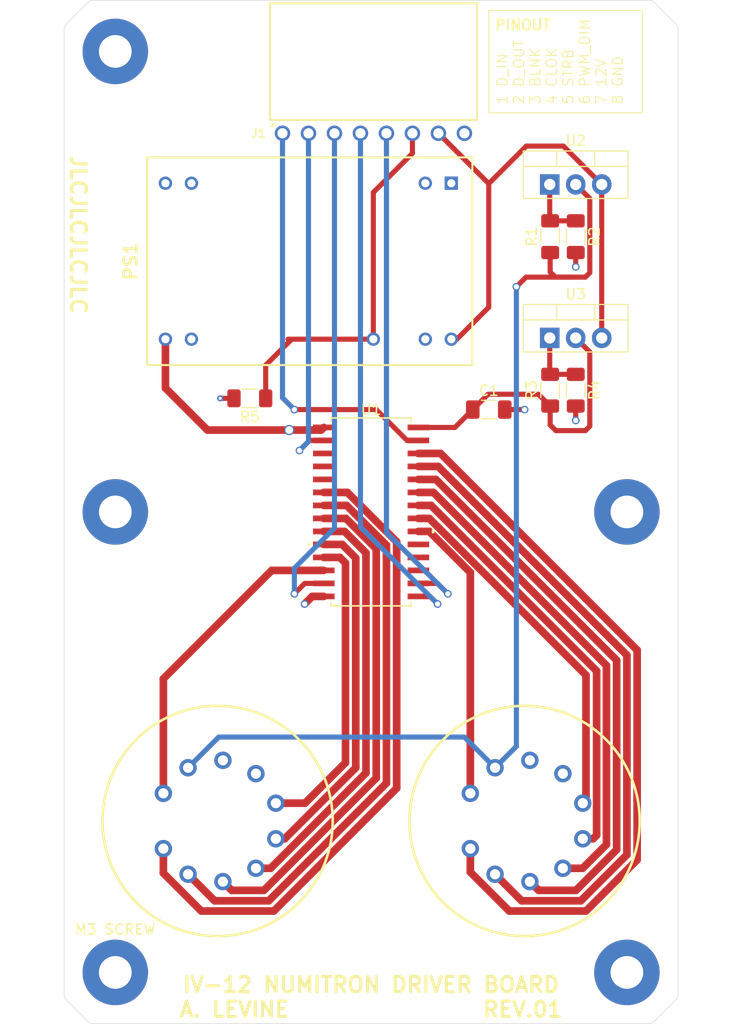
<source format=kicad_pcb>
(kicad_pcb (version 20241229) (generator "pcbnew") (generator_version "9.0")
  (title_block (rev "1"))
  (layers (0 "F.Cu" signal) (4 "In1.Cu" signal) (6 "In2.Cu" signal) (2 "B.Cu" signal) (13 "F.Paste" user) (15 "B.Paste" user) (5 "F.SilkS" user "F.Silkscreen") (7 "B.SilkS" user "B.Silkscreen") (1 "F.Mask" user) (3 "B.Mask" user) (25 "Edge.Cuts" user))
  (net 0 "")
  (net 1 "+30V")
  (net 2 "STROBE")
  (net 3 "BLANKING")
  (net 4 "D_IN")
  (net 5 "DIMMING")
  (net 6 "D_OUT")
  (net 7 "CLOCK")
  (net 8 "+1V5")
  (net 9 "Net-(U2-ADJ)")
  (net 10 "+12V")
  (net 11 "Net-(U3-ADJ)")
  (net 12 "Net-(U1-HVOUT2)")
  (net 17 "Net-(U1-HVOUT6)")
  (net 18 "Net-(U1-HVOUT1)")
  (net 19 "Net-(U1-HVOUT17)")
  (net 20 "Net-(U1-HVOUT11)")
  (net 22 "Net-(U1-HVOUT5)")
  (net 23 "Net-(U1-HVOUT3)")
  (net 24 "Net-(U1-HVOUT16)")
  (net 25 "Net-(U1-HVOUT7)")
  (net 27 "Net-(U1-HVOUT13)")
  (net 28 "Net-(U1-HVOUT14)")
  (net 29 "Net-(U1-HVOUT12)")
  (net 30 "+5V")
  (net 31 "GND")
  (net 32 "Net-(U1-HVOUT4)")
  (net 33 "Net-(U1-HVOUT15)")
  (footprint "MountingHole:MountingHole_3.2mm_M3_Pad" (layer "F.Cu") (at 125 100)
    (property "Reference" "REF**" (hide yes))
    (property "Value" "MountingHole_3.2mm_M3_Pad")
    (pad "1" thru_hole circle (at 0 0) (size 6.4 6.4) (drill 3.2) (layers "*.Cu" "*.Mask") (net 31 "GND") (thermal_bridge_width 1))
  )
  (footprint "NewFootprints:iv-12" (layer "F.Cu") (at 135 130.201)
    (property "Reference" "U5" (hide yes))
    (property "Value" "IV-12" (hide yes))
    (fp_circle (center 0 0) (end 11.2499 0) (stroke (width 0.254)) (fill no) (layer "F.SilkS"))
    (pad "1" thru_hole oval (at -5.301 -2.701) (size 1.7 1.7) (drill 1) (layers "*.Cu" "*.Mask") (net 20 "Net-(U1-HVOUT11)"))
    (pad "2" thru_hole oval (at -2.8849 -5.204) (size 1.7 1.7) (drill 1) (layers "*.Cu" "*.Mask") (net 8 "+1V5"))
    (pad "3" thru_hole oval (at 0.5189 -5.9271) (size 1.7 1.7) (drill 1) (layers "*.Cu" "*.Mask") (net 31 "GND"))
    (pad "4" thru_hole oval (at 3.744 -4.6241) (size 1.7 1.7) (drill 1) (layers "*.Cu" "*.Mask") (net 1 "+30V"))
    (pad "5" thru_hole oval (at 5.6901 -1.7399) (size 1.7 1.7) (drill 1) (layers "*.Cu" "*.Mask") (net 29 "Net-(U1-HVOUT12)"))
    (pad "6" thru_hole oval (at 5.6901 1.7399) (size 1.7 1.7) (drill 1) (layers "*.Cu" "*.Mask") (net 27 "Net-(U1-HVOUT13)"))
    (pad "7" thru_hole oval (at 3.744 4.6241) (size 1.7 1.7) (drill 1) (layers "*.Cu" "*.Mask") (net 28 "Net-(U1-HVOUT14)"))
    (pad "8" thru_hole oval (at 0.5189 5.9271) (size 1.7 1.7) (drill 1) (layers "*.Cu" "*.Mask") (net 33 "Net-(U1-HVOUT15)"))
    (pad "9" thru_hole oval (at -2.8849 5.204) (size 1.7 1.7) (drill 1) (layers "*.Cu" "*.Mask") (net 24 "Net-(U1-HVOUT16)"))
    (pad "10" thru_hole oval (at -5.301 2.701) (size 1.7 1.7) (drill 1) (layers "*.Cu" "*.Mask") (net 19 "Net-(U1-HVOUT17)"))
  )
  (footprint "MountingHole:MountingHole_3.2mm_M3_Pad" (layer "F.Cu") (at 175 100)
    (property "Reference" "REF**" (hide yes))
    (property "Value" "MountingHole_3.2mm_M3_Pad")
    (pad "1" thru_hole circle (at 0 0) (size 6.4 6.4) (drill 3.2) (layers "*.Cu" "*.Mask") (net 31 "GND") (thermal_bridge_width 1))
  )
  (footprint "Capacitor_SMD:C_1206_3216Metric_Pad1.33x1.80mm_HandSolder" (layer "F.Cu") (at 161.5 90)
    (property "Reference" "C1" (at 0 -1.85 0) (layer "F.SilkS"))
    (property "Value" "0.1μF 50V")
    (fp_line (start -0.711252 -0.91) (end 0.711252 -0.91) (stroke (width 0.12)) (layer "F.SilkS"))
    (fp_line (start -0.711252 0.91) (end 0.711252 0.91) (stroke (width 0.12)) (layer "F.SilkS"))
    (pad "1" smd roundrect (at -1.5625 0) (size 1.325 1.8) (layers "F.Cu" "F.Mask" "F.Paste") (roundrect_rratio 0.188679) (net 30 "+5V"))
    (pad "2" smd roundrect (at 1.5625 0) (size 1.325 1.8) (layers "F.Cu" "F.Mask" "F.Paste") (roundrect_rratio 0.188679) (net 31 "GND"))
  )
  (footprint "NewFootprints:SOW28_17P90X7P50_MCH" (layer "F.Cu") (at 150 100)
    (property "Reference" "U1" (at 0 -10 0) (layer "F.SilkS"))
    (property "Value" "HV5812WG-G")
    (fp_line (start -3.9243 -9.1821) (end -3.9243 -8.86714) (stroke (width 0.1524)) (layer "F.SilkS"))
    (fp_line (start -3.9243 8.86714) (end -3.9243 9.1821) (stroke (width 0.1524)) (layer "F.SilkS"))
    (fp_line (start -3.9243 9.1821) (end 3.9243 9.1821) (stroke (width 0.1524)) (layer "F.SilkS"))
    (fp_line (start 3.9243 -9.1821) (end -3.9243 -9.1821) (stroke (width 0.1524)) (layer "F.SilkS"))
    (fp_line (start 3.9243 -8.86714) (end 3.9243 -9.1821) (stroke (width 0.1524)) (layer "F.SilkS"))
    (fp_line (start 3.9243 9.1821) (end 3.9243 8.86714) (stroke (width 0.1524)) (layer "F.SilkS"))
    (fp_poly (pts (xy -6.1849 2.9845) (xy -6.1849 3.3655) (xy -5.9309 3.3655) (xy -5.9309 2.9845)) (fill yes) (layer "F.SilkS"))
    (fp_poly (pts (xy 6.1849 1.7145) (xy 6.1849 2.0955) (xy 5.9309 2.0955) (xy 5.9309 1.7145)) (fill yes) (layer "F.SilkS"))
    (pad "1" smd rect (at -4.6228 -8.255) (size 2.1082 0.5588) (layers "F.Cu" "F.Mask" "F.Paste") (net 1 "+30V"))
    (pad "2" smd rect (at -4.6228 -6.985) (size 2.1082 0.5588) (layers "F.Cu" "F.Mask" "F.Paste") (net 6 "D_OUT"))
    (pad "3" smd rect (at -4.6228 -5.715) (size 2.1082 0.5588) (layers "F.Cu" "F.Mask" "F.Paste"))
    (pad "4" smd rect (at -4.6228 -4.445) (size 2.1082 0.5588) (layers "F.Cu" "F.Mask" "F.Paste"))
    (pad "5" smd rect (at -4.6228 -3.175) (size 2.1082 0.5588) (layers "F.Cu" "F.Mask" "F.Paste"))
    (pad "6" smd rect (at -4.6228 -1.905) (size 2.1082 0.5588) (layers "F.Cu" "F.Mask" "F.Paste") (net 19 "Net-(U1-HVOUT17)"))
    (pad "7" smd rect (at -4.6228 -0.635) (size 2.1082 0.5588) (layers "F.Cu" "F.Mask" "F.Paste") (net 24 "Net-(U1-HVOUT16)"))
    (pad "8" smd rect (at -4.6228 0.635) (size 2.1082 0.5588) (layers "F.Cu" "F.Mask" "F.Paste") (net 33 "Net-(U1-HVOUT15)"))
    (pad "9" smd rect (at -4.6228 1.905) (size 2.1082 0.5588) (layers "F.Cu" "F.Mask" "F.Paste") (net 28 "Net-(U1-HVOUT14)"))
    (pad "10" smd rect (at -4.6228 3.175) (size 2.1082 0.5588) (layers "F.Cu" "F.Mask" "F.Paste") (net 27 "Net-(U1-HVOUT13)"))
    (pad "11" smd rect (at -4.6228 4.445) (size 2.1082 0.5588) (layers "F.Cu" "F.Mask" "F.Paste") (net 29 "Net-(U1-HVOUT12)"))
    (pad "12" smd rect (at -4.6228 5.715) (size 2.1082 0.5588) (layers "F.Cu" "F.Mask" "F.Paste") (net 20 "Net-(U1-HVOUT11)"))
    (pad "13" smd rect (at -4.6228 6.985) (size 2.1082 0.5588) (layers "F.Cu" "F.Mask" "F.Paste") (net 3 "BLANKING"))
    (pad "14" smd rect (at -4.6228 8.255) (size 2.1082 0.5588) (layers "F.Cu" "F.Mask" "F.Paste") (net 31 "GND"))
    (pad "15" smd rect (at 4.6228 8.255) (size 2.1082 0.5588) (layers "F.Cu" "F.Mask" "F.Paste") (net 7 "CLOCK"))
    (pad "16" smd rect (at 4.6228 6.985) (size 2.1082 0.5588) (layers "F.Cu" "F.Mask" "F.Paste") (net 2 "STROBE"))
    (pad "17" smd rect (at 4.6228 5.715) (size 2.1082 0.5588) (layers "F.Cu" "F.Mask" "F.Paste"))
    (pad "18" smd rect (at 4.6228 4.445) (size 2.1082 0.5588) (layers "F.Cu" "F.Mask" "F.Paste"))
    (pad "19" smd rect (at 4.6228 3.175) (size 2.1082 0.5588) (layers "F.Cu" "F.Mask" "F.Paste"))
    (pad "20" smd rect (at 4.6228 1.905) (size 2.1082 0.5588) (layers "F.Cu" "F.Mask" "F.Paste") (net 25 "Net-(U1-HVOUT7)"))
    (pad "21" smd rect (at 4.6228 0.635) (size 2.1082 0.5588) (layers "F.Cu" "F.Mask" "F.Paste") (net 17 "Net-(U1-HVOUT6)"))
    (pad "22" smd rect (at 4.6228 -0.635) (size 2.1082 0.5588) (layers "F.Cu" "F.Mask" "F.Paste") (net 22 "Net-(U1-HVOUT5)"))
    (pad "23" smd rect (at 4.6228 -1.905) (size 2.1082 0.5588) (layers "F.Cu" "F.Mask" "F.Paste") (net 32 "Net-(U1-HVOUT4)"))
    (pad "24" smd rect (at 4.6228 -3.175) (size 2.1082 0.5588) (layers "F.Cu" "F.Mask" "F.Paste") (net 23 "Net-(U1-HVOUT3)"))
    (pad "25" smd rect (at 4.6228 -4.445) (size 2.1082 0.5588) (layers "F.Cu" "F.Mask" "F.Paste") (net 12 "Net-(U1-HVOUT2)"))
    (pad "26" smd rect (at 4.6228 -5.715) (size 2.1082 0.5588) (layers "F.Cu" "F.Mask" "F.Paste") (net 18 "Net-(U1-HVOUT1)"))
    (pad "27" smd rect (at 4.6228 -6.985) (size 2.1082 0.5588) (layers "F.Cu" "F.Mask" "F.Paste") (net 4 "D_IN"))
    (pad "28" smd rect (at 4.6228 -8.255) (size 2.1082 0.5588) (layers "F.Cu" "F.Mask" "F.Paste") (net 30 "+5V"))
  )
  (footprint "Resistor_SMD:R_1206_3216Metric_Pad1.30x1.75mm_HandSolder" (layer "F.Cu") (at 170 88.105 -90)
    (property "Reference" "R4" (at 0 -1.82 270) (layer "F.SilkS"))
    (property "Value" "1 kΩ")
    (fp_line (start -0.727064 0.91) (end 0.727064 0.91) (stroke (width 0.12)) (layer "F.SilkS"))
    (fp_line (start -0.727064 -0.91) (end 0.727064 -0.91) (stroke (width 0.12)) (layer "F.SilkS"))
    (pad "1" smd roundrect (at -1.55 0 270) (size 1.3 1.75) (layers "F.Cu" "F.Mask" "F.Paste") (roundrect_rratio 0.192308) (net 11 "Net-(U3-ADJ)"))
    (pad "2" smd roundrect (at 1.55 0 270) (size 1.3 1.75) (layers "F.Cu" "F.Mask" "F.Paste") (roundrect_rratio 0.192308) (net 31 "GND"))
  )
  (footprint "Resistor_SMD:R_1206_3216Metric_Pad1.30x1.75mm_HandSolder" (layer "F.Cu") (at 167.5 73.105 90)
    (property "Reference" "R1" (at 0 -1.82 90) (layer "F.SilkS"))
    (property "Value" "330 Ω")
    (fp_line (start -0.727064 -0.91) (end 0.727064 -0.91) (stroke (width 0.12)) (layer "F.SilkS"))
    (fp_line (start -0.727064 0.91) (end 0.727064 0.91) (stroke (width 0.12)) (layer "F.SilkS"))
    (pad "1" smd roundrect (at -1.55 0 90) (size 1.3 1.75) (layers "F.Cu" "F.Mask" "F.Paste") (roundrect_rratio 0.192308) (net 8 "+1V5"))
    (pad "2" smd roundrect (at 1.55 0 90) (size 1.3 1.75) (layers "F.Cu" "F.Mask" "F.Paste") (roundrect_rratio 0.192308) (net 9 "Net-(U2-ADJ)"))
  )
  (footprint "Resistor_SMD:R_1206_3216Metric_Pad1.30x1.75mm_HandSolder" (layer "F.Cu") (at 138.15 88.9 180)
    (property "Reference" "R5" (at 0 -1.82 0) (layer "F.SilkS"))
    (property "Value" "1 kΩ")
    (fp_line (start -0.727064 0.91) (end 0.727064 0.91) (stroke (width 0.12)) (layer "F.SilkS"))
    (fp_line (start -0.727064 -0.91) (end 0.727064 -0.91) (stroke (width 0.12)) (layer "F.SilkS"))
    (pad "1" smd roundrect (at -1.55 0 180) (size 1.3 1.75) (layers "F.Cu" "F.Mask" "F.Paste") (roundrect_rratio 0.192308) (net 5 "DIMMING"))
    (pad "2" smd roundrect (at 1.55 0 180) (size 1.3 1.75) (layers "F.Cu" "F.Mask" "F.Paste") (roundrect_rratio 0.192308) (net 31 "GND"))
  )
  (footprint "MountingHole:MountingHole_3.2mm_M3_Pad" (layer "F.Cu") (at 125 145)
    (property "Reference" "M3 SCREW" (at 0 -4.2 0) (layer "F.SilkS"))
    (property "Value" "MountingHole_3.2mm_M3_Pad")
    (pad "1" thru_hole circle (at 0 0) (size 6.4 6.4) (drill 3.2) (layers "*.Cu" "*.Mask") (net 31 "GND") (thermal_bridge_width 1))
  )
  (footprint "NewFootprints:iv-12" (layer "F.Cu") (at 165 130.201)
    (property "Reference" "U4" (hide yes))
    (property "Value" "IV-12" (hide yes))
    (fp_circle (center 0 0) (end 11.2499 0) (stroke (width 0.254)) (fill no) (layer "F.SilkS"))
    (pad "1" thru_hole oval (at -5.301 -2.701) (size 1.7 1.7) (drill 1) (layers "*.Cu" "*.Mask") (net 25 "Net-(U1-HVOUT7)"))
    (pad "2" thru_hole oval (at -2.8849 -5.204) (size 1.7 1.7) (drill 1) (layers "*.Cu" "*.Mask") (net 8 "+1V5"))
    (pad "3" thru_hole oval (at 0.5189 -5.9271) (size 1.7 1.7) (drill 1) (layers "*.Cu" "*.Mask") (net 31 "GND"))
    (pad "4" thru_hole oval (at 3.744 -4.6241) (size 1.7 1.7) (drill 1) (layers "*.Cu" "*.Mask") (net 1 "+30V"))
    (pad "5" thru_hole oval (at 5.6901 -1.7399) (size 1.7 1.7) (drill 1) (layers "*.Cu" "*.Mask") (net 17 "Net-(U1-HVOUT6)"))
    (pad "6" thru_hole oval (at 5.6901 1.7399) (size 1.7 1.7) (drill 1) (layers "*.Cu" "*.Mask") (net 22 "Net-(U1-HVOUT5)"))
    (pad "7" thru_hole oval (at 3.744 4.6241) (size 1.7 1.7) (drill 1) (layers "*.Cu" "*.Mask") (net 32 "Net-(U1-HVOUT4)"))
    (pad "8" thru_hole oval (at 0.5189 5.9271) (size 1.7 1.7) (drill 1) (layers "*.Cu" "*.Mask") (net 23 "Net-(U1-HVOUT3)"))
    (pad "9" thru_hole oval (at -2.8849 5.204) (size 1.7 1.7) (drill 1) (layers "*.Cu" "*.Mask") (net 12 "Net-(U1-HVOUT2)"))
    (pad "10" thru_hole oval (at -5.301 2.701) (size 1.7 1.7) (drill 1) (layers "*.Cu" "*.Mask") (net 18 "Net-(U1-HVOUT1)"))
  )
  (footprint "MountingHole:MountingHole_3.2mm_M3_Pad" (layer "F.Cu") (at 125 55)
    (property "Reference" "REF**" (hide yes))
    (property "Value" "MountingHole_3.2mm_M3_Pad")
    (pad "1" thru_hole circle (at 0 0) (size 6.4 6.4) (drill 3.2) (layers "*.Cu" "*.Mask") (net 31 "GND") (thermal_bridge_width 1))
  )
  (footprint "NewFootprints:66100811722" (layer "F.Cu") (at 150.23 60.3 180)
    (property "Reference" "J1" (at 11.23 -2.7 0) (layer "F.SilkS") (effects (font (size 0.8 0.8))))
    (property "Value" "Conn_01x06")
    (fp_line (start 10.11 10) (end -10.11 10) (stroke (width 0.2)) (layer "F.SilkS"))
    (fp_line (start 10.11 -1.4) (end 10.11 10) (stroke (width 0.2)) (layer "F.SilkS"))
    (fp_line (start -10.11 10) (end -10.11 -1.4) (stroke (width 0.2)) (layer "F.SilkS"))
    (fp_line (start -10.11 -1.4) (end 10.11 -1.4) (stroke (width 0.2)) (layer "F.SilkS"))
    (fp_circle (center 9.86 -1.9) (end 9.96 -1.9) (stroke (width 0.2)) (fill no) (layer "F.SilkS"))
    (pad "1" thru_hole circle (at 8.89 -2.7 180) (size 1.508 1.508) (drill 1) (layers "*.Cu" "*.Mask") (net 4 "D_IN"))
    (pad "2" thru_hole circle (at 6.35 -2.7 180) (size 1.508 1.508) (drill 1) (layers "*.Cu" "*.Mask") (net 6 "D_OUT"))
    (pad "3" thru_hole circle (at 3.81 -2.7 180) (size 1.508 1.508) (drill 1) (layers "*.Cu" "*.Mask") (net 3 "BLANKING"))
    (pad "4" thru_hole circle (at 1.27 -2.7 180) (size 1.508 1.508) (drill 1) (layers "*.Cu" "*.Mask") (net 7 "CLOCK"))
    (pad "5" thru_hole circle (at -1.27 -2.7 180) (size 1.508 1.508) (drill 1) (layers "*.Cu" "*.Mask") (net 2 "STROBE"))
    (pad "6" thru_hole circle (at -3.81 -2.7 180) (size 1.508 1.508) (drill 1) (layers "*.Cu" "*.Mask") (net 5 "DIMMING"))
    (pad "7" thru_hole circle (at -6.35 -2.7 180) (size 1.508 1.508) (drill 1) (layers "*.Cu" "*.Mask") (net 10 "+12V"))
    (pad "8" thru_hole circle (at -8.89 -2.7 180) (size 1.508 1.508) (drill 1) (layers "*.Cu" "*.Mask") (net 31 "GND"))
  )
  (footprint "NewFootprints:LDB600L" (layer "F.Cu") (at 157.84 67.88 -90)
    (property "Reference" "PS1" (at 7.62 31.34 90) (layer "F.SilkS") (effects (font (size 1.27 1.27) (thickness 0.254))))
    (property "Value" "LDB-350L" (hide yes))
    (fp_line (start -2.53 29.74) (end 17.77 29.74) (stroke (width 0.2)) (layer "F.SilkS"))
    (fp_line (start 17.77 29.74) (end 17.77 -2.06) (stroke (width 0.2)) (layer "F.SilkS"))
    (fp_line (start -3.1 0) (end -3.1 0) (stroke (width 0.1)) (layer "F.SilkS"))
    (fp_line (start -3 0) (end -3 0) (stroke (width 0.1)) (layer "F.SilkS"))
    (fp_line (start -2.53 -2.06) (end -2.53 29.74) (stroke (width 0.2)) (layer "F.SilkS"))
    (fp_line (start 17.77 -2.06) (end -2.53 -2.06) (stroke (width 0.2)) (layer "F.SilkS"))
    (fp_arc (start -3.1 0) (mid -3.05 -0.05) (end -3 0) (stroke (width 0.1)) (layer "F.SilkS"))
    (fp_arc (start -3 0) (mid -3.05 0.05) (end -3.1 0) (stroke (width 0.1)) (layer "F.SilkS"))
    (pad "1" thru_hole rect (at 0 0 270) (size 1.3 1.3) (drill 0.8) (layers "*.Cu" "*.Mask") (net 31 "GND"))
    (pad "2" thru_hole circle (at 0 2.54 270) (size 1.3 1.3) (drill 0.8) (layers "*.Cu" "*.Mask"))
    (pad "11" thru_hole circle (at 0 25.4 270) (size 1.3 1.3) (drill 0.8) (layers "*.Cu" "*.Mask") (net 31 "GND"))
    (pad "12" thru_hole circle (at 0 27.94 270) (size 1.3 1.3) (drill 0.8) (layers "*.Cu" "*.Mask"))
    (pad "13" thru_hole circle (at 15.24 27.94 270) (size 1.3 1.3) (drill 0.8) (layers "*.Cu" "*.Mask") (net 1 "+30V"))
    (pad "14" thru_hole circle (at 15.24 25.4 270) (size 1.3 1.3) (drill 0.8) (layers "*.Cu" "*.Mask"))
    (pad "21" thru_hole circle (at 15.24 7.62 270) (size 1.3 1.3) (drill 0.8) (layers "*.Cu" "*.Mask") (net 5 "DIMMING"))
    (pad "23" thru_hole circle (at 15.24 2.54 270) (size 1.3 1.3) (drill 0.8) (layers "*.Cu" "*.Mask"))
    (pad "24" thru_hole circle (at 15.24 0 270) (size 1.3 1.3) (drill 0.8) (layers "*.Cu" "*.Mask") (net 10 "+12V"))
  )
  (footprint "Resistor_SMD:R_1206_3216Metric_Pad1.30x1.75mm_HandSolder" (layer "F.Cu") (at 170 73.105 -90)
    (property "Reference" "R2" (at 0 -1.82 270) (layer "F.SilkS"))
    (property "Value" "68 Ω")
    (fp_line (start -0.727064 0.91) (end 0.727064 0.91) (stroke (width 0.12)) (layer "F.SilkS"))
    (fp_line (start -0.727064 -0.91) (end 0.727064 -0.91) (stroke (width 0.12)) (layer "F.SilkS"))
    (pad "1" smd roundrect (at -1.55 0 270) (size 1.3 1.75) (layers "F.Cu" "F.Mask" "F.Paste") (roundrect_rratio 0.192308) (net 9 "Net-(U2-ADJ)"))
    (pad "2" smd roundrect (at 1.55 0 270) (size 1.3 1.75) (layers "F.Cu" "F.Mask" "F.Paste") (roundrect_rratio 0.192308) (net 31 "GND"))
  )
  (footprint "Resistor_SMD:R_1206_3216Metric_Pad1.30x1.75mm_HandSolder" (layer "F.Cu") (at 167.5 88.105 90)
    (property "Reference" "R3" (at 0 -1.82 90) (layer "F.SilkS"))
    (property "Value" "330 Ω")
    (fp_line (start -0.727064 -0.91) (end 0.727064 -0.91) (stroke (width 0.12)) (layer "F.SilkS"))
    (fp_line (start -0.727064 0.91) (end 0.727064 0.91) (stroke (width 0.12)) (layer "F.SilkS"))
    (pad "1" smd roundrect (at -1.55 0 90) (size 1.3 1.75) (layers "F.Cu" "F.Mask" "F.Paste") (roundrect_rratio 0.192308) (net 30 "+5V"))
    (pad "2" smd roundrect (at 1.55 0 90) (size 1.3 1.75) (layers "F.Cu" "F.Mask" "F.Paste") (roundrect_rratio 0.192308) (net 11 "Net-(U3-ADJ)"))
  )
  (footprint "Package_TO_SOT_THT:TO-220-3_Vertical" (layer "F.Cu") (at 167.46 68)
    (property "Reference" "U2" (at 2.54 -4.27 0) (layer "F.SilkS"))
    (property "Value" "LM317_TO-220")
    (fp_line (start -2.58 -3.27) (end -2.58 1.371) (stroke (width 0.12)) (layer "F.SilkS"))
    (fp_line (start -2.58 -3.27) (end 7.66 -3.27) (stroke (width 0.12)) (layer "F.SilkS"))
    (fp_line (start -2.58 -1.76) (end 7.66 -1.76) (stroke (width 0.12)) (layer "F.SilkS"))
    (fp_line (start -2.58 1.371) (end 7.66 1.371) (stroke (width 0.12)) (layer "F.SilkS"))
    (fp_line (start 0.69 -3.27) (end 0.69 -1.76) (stroke (width 0.12)) (layer "F.SilkS"))
    (fp_line (start 4.391 -3.27) (end 4.391 -1.76) (stroke (width 0.12)) (layer "F.SilkS"))
    (fp_line (start 7.66 -3.27) (end 7.66 1.371) (stroke (width 0.12)) (layer "F.SilkS"))
    (pad "1" thru_hole rect (at 0 0) (size 1.905 2) (drill 1.1) (layers "*.Cu" "*.Mask") (net 9 "Net-(U2-ADJ)"))
    (pad "2" thru_hole oval (at 2.54 0) (size 1.905 2) (drill 1.1) (layers "*.Cu" "*.Mask") (net 8 "+1V5"))
    (pad "3" thru_hole oval (at 5.08 0) (size 1.905 2) (drill 1.1) (layers "*.Cu" "*.Mask") (net 10 "+12V"))
  )
  (footprint "MountingHole:MountingHole_3.2mm_M3_Pad" (layer "F.Cu") (at 175 145)
    (property "Reference" "REF**" (hide yes))
    (property "Value" "MountingHole_3.2mm_M3_Pad")
    (pad "1" thru_hole circle (at 0 0) (size 6.4 6.4) (drill 3.2) (layers "*.Cu" "*.Mask") (net 31 "GND") (thermal_bridge_width 1))
  )
  (footprint "Package_TO_SOT_THT:TO-220-3_Vertical" (layer "F.Cu") (at 167.46 83)
    (property "Reference" "U3" (at 2.54 -4.27 0) (layer "F.SilkS"))
    (property "Value" "LM317_TO-220")
    (fp_line (start -2.58 -3.27) (end -2.58 1.371) (stroke (width 0.12)) (layer "F.SilkS"))
    (fp_line (start -2.58 -3.27) (end 7.66 -3.27) (stroke (width 0.12)) (layer "F.SilkS"))
    (fp_line (start -2.58 -1.76) (end 7.66 -1.76) (stroke (width 0.12)) (layer "F.SilkS"))
    (fp_line (start -2.58 1.371) (end 7.66 1.371) (stroke (width 0.12)) (layer "F.SilkS"))
    (fp_line (start 0.69 -3.27) (end 0.69 -1.76) (stroke (width 0.12)) (layer "F.SilkS"))
    (fp_line (start 4.391 -3.27) (end 4.391 -1.76) (stroke (width 0.12)) (layer "F.SilkS"))
    (fp_line (start 7.66 -3.27) (end 7.66 1.371) (stroke (width 0.12)) (layer "F.SilkS"))
    (pad "1" thru_hole rect (at 0 0) (size 1.905 2) (drill 1.1) (layers "*.Cu" "*.Mask") (net 11 "Net-(U3-ADJ)"))
    (pad "2" thru_hole oval (at 2.54 0) (size 1.905 2) (drill 1.1) (layers "*.Cu" "*.Mask") (net 30 "+5V"))
    (pad "3" thru_hole oval (at 5.08 0) (size 1.905 2) (drill 1.1) (layers "*.Cu" "*.Mask") (net 10 "+12V"))
  )
  (gr_line (start 177.252893 50) (end 122.747107 50) (stroke (width 0.05)) (layer "Edge.Cuts"))
  (gr_arc (start 179.853554 52.393554) (mid 179.96194 52.555766) (end 180 52.747107) (stroke (width 0.05)) (layer "Edge.Cuts"))
  (gr_arc (start 122.393553 50.146447) (mid 122.555765 50.03806) (end 122.747107 50) (stroke (width 0.05)) (layer "Edge.Cuts"))
  (gr_line (start 177.252893 150) (end 122.747107 150) (stroke (width 0.05)) (layer "Edge.Cuts"))
  (gr_line (start 122.393553 149.853553) (end 120.146446 147.606446) (stroke (width 0.05)) (layer "Edge.Cuts"))
  (gr_arc (start 177.606446 149.853554) (mid 177.444234 149.96194) (end 177.252893 150) (stroke (width 0.05)) (layer "Edge.Cuts"))
  (gr_arc (start 180 147.252893) (mid 179.961942 147.444237) (end 179.853553 147.606447) (stroke (width 0.05)) (layer "Edge.Cuts"))
  (gr_arc (start 120 52.747107) (mid 120.038058 52.555764) (end 120.146446 52.393554) (stroke (width 0.05)) (layer "Edge.Cuts"))
  (gr_line (start 177.606447 50.146447) (end 179.853554 52.393554) (stroke (width 0.05)) (layer "Edge.Cuts"))
  (gr_line (start 120 52.747107) (end 120 147.252893) (stroke (width 0.05)) (layer "Edge.Cuts"))
  (gr_arc (start 177.252893 50) (mid 177.444237 50.038058) (end 177.606447 50.146447) (stroke (width 0.05)) (layer "Edge.Cuts"))
  (gr_arc (start 120.146446 147.606446) (mid 120.03806 147.444234) (end 120 147.252893) (stroke (width 0.05)) (layer "Edge.Cuts"))
  (gr_line (start 179.853553 147.606447) (end 177.606446 149.853554) (stroke (width 0.05)) (layer "Edge.Cuts"))
  (gr_line (start 180 52.747107) (end 180 147.252893) (stroke (width 0.05)) (layer "Edge.Cuts"))
  (gr_line (start 122.393553 50.146447) (end 120.146446 52.393554) (stroke (width 0.05)) (layer "Edge.Cuts"))
  (gr_arc (start 122.747107 150) (mid 122.555763 149.961942) (end 122.393553 149.853553) (stroke (width 0.05)) (layer "Edge.Cuts"))
  (gr_text "JLCJLCJLCJLC" (at 120.5 65 -90) (layer "F.SilkS") (effects (font (size 1.5 1.5) (thickness 0.3) (bold yes)) (justify left bottom)))
  (gr_text "PINOUT" (at 162 53 0) (layer "F.SilkS") (effects (font (size 1 1) (thickness 0.2) (bold yes)) (justify left bottom)))
  (gr_text "IV-12 NUMITRON DRIVER BOARD\nA. LEVINE			REV.01" (at 150 149.5 0) (layer "F.SilkS") (effects (font (size 1.5 1.5) (thickness 0.3) (bold yes)) (justify bottom)))
  (gr_text_box "1 D_IN\n2 D_OUT\n3 BLNK\n4 CLOK\n5 STRB\n6 PWM_DIM\n7 12V\n8 GND" (start 161.5 51) (end 176.5 61) (margins 0.8 0.8 0.8 0.8) (angle 90) (layer "F.SilkS") (effects (font (size 1 1) (thickness 0.1)) (justify left top)) (border yes) (stroke (width 0.1)))
  (segment (start 134 92) (end 142 92) (width 0.75) (layer "F.Cu") (net 1))
  (segment (start 129.9 83.12) (end 129.9 87.9) (width 0.75) (layer "F.Cu") (net 1))
  (segment (start 142 92) (end 145.1222 92) (width 0.75) (layer "F.Cu") (net 1))
  (segment (start 145.1222 92) (end 145.3772 91.745) (width 0.75) (layer "F.Cu") (net 1))
  (segment (start 139 125.3209) (end 138.744 125.5769) (width 0.75) (layer "F.Cu") (net 1))
  (segment (start 129.9 87.9) (end 134 92) (width 0.75) (layer "F.Cu") (net 1))
  (via (at 142 92) (size 1) (drill 0.75) (layers "F.Cu" "B.Cu") (net 1))
  (segment (start 156.485 106.985) (end 154.6228 106.985) (width 0.5) (layer "F.Cu") (net 2))
  (segment (start 157.5 108) (end 156.485 106.985) (width 0.5) (layer "F.Cu") (net 2))
  (via (at 157.5 108) (size 0.75) (drill 0.5) (layers "F.Cu" "B.Cu") (net 2))
  (segment (start 157.5 108) (end 151.5 102) (width 0.5) (layer "B.Cu") (net 2))
  (segment (start 151.5 102) (end 151.5 63) (width 0.5) (layer "B.Cu") (net 2))
  (segment (start 142.5 108) (end 143.515 106.985) (width 0.5) (layer "F.Cu") (net 3))
  (segment (start 143.515 106.985) (end 145.3772 106.985) (width 0.5) (layer "F.Cu") (net 3))
  (via (at 142.5 108) (size 0.75) (drill 0.5) (layers "F.Cu" "B.Cu") (net 3))
  (segment (start 142.5 108) (end 142.5 105.5) (width 0.5) (layer "B.Cu") (net 3))
  (segment (start 146.42 101.58) (end 146.42 63) (width 0.5) (layer "B.Cu") (net 3))
  (segment (start 142.5 105.5) (end 146.42 101.58) (width 0.5) (layer "B.Cu") (net 3))
  (segment (start 153.515 93.015) (end 154.6228 93.015) (width 0.5) (layer "F.Cu") (net 4))
  (segment (start 150.5 90) (end 153.515 93.015) (width 0.5) (layer "F.Cu") (net 4))
  (segment (start 142.5 90) (end 150.5 90) (width 0.5) (layer "F.Cu") (net 4))
  (via (at 142.5 90) (size 0.75) (drill 0.5) (layers "F.Cu" "B.Cu") (net 4))
  (segment (start 142.5 90) (end 141.34 88.84) (width 0.5) (layer "B.Cu") (net 4))
  (segment (start 141.34 88.84) (end 141.34 63) (width 0.5) (layer "B.Cu") (net 4))
  (segment (start 150.22 83.12) (end 142.24 83.12) (width 0.5) (layer "F.Cu") (net 5))
  (segment (start 139.7 85.66) (end 139.7 88.9) (width 0.5) (layer "F.Cu") (net 5))
  (segment (start 150.22 68.78) (end 150.22 83.12) (width 0.5) (layer "F.Cu") (net 5))
  (segment (start 154.04 64.96) (end 150.22 68.78) (width 0.5) (layer "F.Cu") (net 5))
  (segment (start 142.24 83.12) (end 141.88 83.12) (width 0.5) (layer "F.Cu") (net 5))
  (segment (start 142.24 83.12) (end 139.7 85.66) (width 0.5) (layer "F.Cu") (net 5))
  (segment (start 154.04 64.96) (end 154.04 63) (width 0.5) (layer "F.Cu") (net 5))
  (segment (start 143 94) (end 143.985 93.015) (width 0.5) (layer "F.Cu") (net 6))
  (segment (start 143.985 93.015) (end 145.3772 93.015) (width 0.5) (layer "F.Cu") (net 6))
  (via (at 143 94) (size 0.75) (drill 0.5) (layers "F.Cu" "B.Cu") (net 6))
  (segment (start 143 94) (end 143.88 93.12) (width 0.5) (layer "B.Cu") (net 6))
  (segment (start 143.88 93.12) (end 143.88 63) (width 0.5) (layer "B.Cu") (net 6))
  (segment (start 156.5 109) (end 155.755 108.255) (width 0.5) (layer "F.Cu") (net 7))
  (segment (start 155.755 108.255) (end 154.6228 108.255) (width 0.5) (layer "F.Cu") (net 7))
  (via (at 156.5 109) (size 0.75) (drill 0.5) (layers "F.Cu" "B.Cu") (net 7))
  (segment (start 148.96 101.46) (end 148.96 63) (width 0.5) (layer "B.Cu") (net 7))
  (segment (start 156.5 109) (end 148.96 101.46) (width 0.5) (layer "B.Cu") (net 7))
  (segment (start 169.5 77.055) (end 165.145 77.055) (width 0.5) (layer "F.Cu") (net 8))
  (segment (start 167.5 76.555) (end 167.5 74.655) (width 0.5) (layer "F.Cu") (net 8))
  (segment (start 169.5 77.055) (end 168 77.055) (width 0.5) (layer "F.Cu") (net 8))
  (segment (start 170.945 77.055) (end 169.5 77.055) (width 0.5) (layer "F.Cu") (net 8))
  (segment (start 165.145 77.055) (end 164.2 78) (width 0.5) (layer "F.Cu") (net 8))
  (segment (start 168 77.055) (end 167.5 76.555) (width 0.5) (layer "F.Cu") (net 8))
  (segment (start 171.375 76.625) (end 170.945 77.055) (width 0.5) (layer "F.Cu") (net 8))
  (segment (start 170 68) (end 171.375 69.375) (width 0.5) (layer "F.Cu") (net 8))
  (segment (start 171.375 69.375) (end 171.375 76.625) (width 0.5) (layer "F.Cu") (net 8))
  (via (at 164.2 78) (size 0.75) (drill 0.5) (layers "F.Cu" "B.Cu") (net 8))
  (segment (start 164.2 122.9121) (end 162.1151 124.997) (width 0.5) (layer "B.Cu") (net 8))
  (segment (start 132.1151 124.997) (end 135.1121 122) (width 0.5) (layer "B.Cu") (net 8))
  (segment (start 135.1121 122) (end 159.1181 122) (width 0.5) (layer "B.Cu") (net 8))
  (segment (start 164.2 78) (end 164.2 122.9121) (width 0.5) (layer "B.Cu") (net 8))
  (segment (start 159.1181 122) (end 162.1151 124.997) (width 0.5) (layer "B.Cu") (net 8))
  (segment (start 167.46 68) (end 167.46 71.515) (width 0.5) (layer "F.Cu") (net 9))
  (segment (start 167.46 71.515) (end 167.5 71.555) (width 0.5) (layer "F.Cu") (net 9))
  (segment (start 167.5 71.555) (end 170 71.555) (width 0.5) (layer "F.Cu") (net 9))
  (segment (start 161.5 80) (end 158.38 83.12) (width 0.5) (layer "F.Cu") (net 10))
  (segment (start 156.58 63) (end 161.5 67.92) (width 0.5) (layer "F.Cu") (net 10))
  (segment (start 172.205 83) (end 172.54 83) (width 0.5) (layer "F.Cu") (net 10))
  (segment (start 172.54 68) (end 172.54 83) (width 0.5) (layer "F.Cu") (net 10))
  (segment (start 172.54 68) (end 168.794 64.254) (width 0.5) (layer "F.Cu") (net 10))
  (segment (start 165.166 64.254) (end 161.5 67.92) (width 0.5) (layer "F.Cu") (net 10))
  (segment (start 158.38 83.12) (end 157.84 83.12) (width 0.5) (layer "F.Cu") (net 10))
  (segment (start 168.794 64.254) (end 165.166 64.254) (width 0.5) (layer "F.Cu") (net 10))
  (segment (start 161.5 67.92) (end 161.5 80) (width 0.5) (layer "F.Cu") (net 10))
  (segment (start 167.46 83) (end 167.46 86.515) (width 0.5) (layer "F.Cu") (net 11))
  (segment (start 167.46 86.515) (end 167.5 86.555) (width 0.5) (layer "F.Cu") (net 11))
  (segment (start 167.5 86.555) (end 170 86.555) (width 0.5) (layer "F.Cu") (net 11))
  (segment (start 156.555 95.555) (end 154.6228 95.555) (width 0.75) (layer "F.Cu") (net 12))
  (segment (start 175 114) (end 156.555 95.555) (width 0.75) (layer "F.Cu") (net 12))
  (segment (start 162.1151 135.405) (end 164.7101 138) (width 0.75) (layer "F.Cu") (net 12))
  (segment (start 175 133.5) (end 175 114) (width 0.75) (layer "F.Cu") (net 12))
  (segment (start 170.5 138) (end 175 133.5) (width 0.75) (layer "F.Cu") (net 12))
  (segment (start 164.7101 138) (end 170.5 138) (width 0.75) (layer "F.Cu") (net 12))
  (segment (start 171 115.9487) (end 155.6863 100.635) (width 0.75) (layer "F.Cu") (net 17))
  (segment (start 155.6863 100.635) (end 154.6228 100.635) (width 0.75) (layer "F.Cu") (net 17))
  (segment (start 171 128.1512) (end 171 115.9487) (width 0.75) (layer "F.Cu") (net 17))
  (segment (start 170.6901 128.4611) (end 171 128.1512) (width 0.75) (layer "F.Cu") (net 17))
  (segment (start 171 139) (end 163.5 139) (width 0.75) (layer "F.Cu") (net 18))
  (segment (start 159.699 135.199) (end 159.699 132.902) (width 0.75) (layer "F.Cu") (net 18))
  (segment (start 163.5 139) (end 159.699 135.199) (width 0.75) (layer "F.Cu") (net 18))
  (segment (start 156.785 94.285) (end 176 113.5) (width 0.75) (layer "F.Cu") (net 18))
  (segment (start 176 113.5) (end 176 134) (width 0.75) (layer "F.Cu") (net 18))
  (segment (start 154.6228 94.285) (end 156.785 94.285) (width 0.75) (layer "F.Cu") (net 18))
  (segment (start 176 134) (end 171 139) (width 0.75) (layer "F.Cu") (net 18))
  (segment (start 152.5 102.91303) (end 147.68197 98.095) (width 0.75) (layer "F.Cu") (net 19))
  (segment (start 129.699 132.902) (end 129.699 135.298545) (width 0.75) (layer "F.Cu") (net 19))
  (segment (start 152.5 127) (end 152.5 102.91303) (width 0.75) (layer "F.Cu") (net 19))
  (segment (start 129.699 135.298545) (end 133.400455 139) (width 0.75) (layer "F.Cu") (net 19))
  (segment (start 140.5 139) (end 152.5 127) (width 0.75) (layer "F.Cu") (net 19))
  (segment (start 147.68197 98.095) (end 145.3772 98.095) (width 0.75) (layer "F.Cu") (net 19))
  (segment (start 133.400455 139) (end 140.5 139) (width 0.75) (layer "F.Cu") (net 19))
  (segment (start 140.285 105.715) (end 145.3772 105.715) (width 0.75) (layer "F.Cu") (net 20))
  (segment (start 129.699 127.5) (end 129.699 116.301) (width 0.75) (layer "F.Cu") (net 20))
  (segment (start 129.699 116.301) (end 140.285 105.715) (width 0.75) (layer "F.Cu") (net 20))
  (segment (start 155.865 99.365) (end 154.6228 99.365) (width 0.75) (layer "F.Cu") (net 22))
  (segment (start 172.0401 115.5401) (end 155.865 99.365) (width 0.75) (layer "F.Cu") (net 22))
  (segment (start 170.6901 131.9409) (end 171.698911 131.9409) (width 0.75) (layer "F.Cu") (net 22))
  (segment (start 171.698911 131.9409) (end 172.0401 131.599711) (width 0.75) (layer "F.Cu") (net 22))
  (segment (start 172.0401 131.599711) (end 172.0401 115.5401) (width 0.75) (layer "F.Cu") (net 22))
  (segment (start 156.325 96.825) (end 154.6228 96.825) (width 0.75) (layer "F.Cu") (net 23))
  (segment (start 165.5189 136.1281) (end 166.3689 136.9781) (width 0.75) (layer "F.Cu") (net 23))
  (segment (start 166.3689 136.9781) (end 170.0219 136.9781) (width 0.75) (layer "F.Cu") (net 23))
  (segment (start 170.0219 136.9781) (end 174 133) (width 0.75) (layer "F.Cu") (net 23))
  (segment (start 174 133) (end 174 114.5) (width 0.75) (layer "F.Cu") (net 23))
  (segment (start 174 114.5) (end 156.325 96.825) (width 0.75) (layer "F.Cu") (net 23))
  (segment (start 151.5 126.5) (end 151.5 103.256532) (width 0.75) (layer "F.Cu") (net 24))
  (segment (start 147.608468 99.365) (end 145.3772 99.365) (width 0.75) (layer "F.Cu") (net 24))
  (segment (start 140 138) (end 151.5 126.5) (width 0.75) (layer "F.Cu") (net 24))
  (segment (start 132.1151 135.405) (end 134.7101 138) (width 0.75) (layer "F.Cu") (net 24))
  (segment (start 151.5 103.256532) (end 147.608468 99.365) (width 0.75) (layer "F.Cu") (net 24))
  (segment (start 134.7101 138) (end 140 138) (width 0.75) (layer "F.Cu") (net 24))
  (segment (start 155.6863 101.905) (end 154.6228 101.905) (width 0.75) (layer "F.Cu") (net 25))
  (segment (start 159.699 105.9177) (end 155.6863 101.905) (width 0.75) (layer "F.Cu") (net 25))
  (segment (start 159.699 127.5) (end 159.699 105.9177) (width 0.75) (layer "F.Cu") (net 25))
  (segment (start 140.6901 131.9409) (end 141.5591 131.9409) (width 0.75) (layer "F.Cu") (net 27))
  (segment (start 148.5 125) (end 148.5 104.5) (width 0.75) (layer "F.Cu") (net 27))
  (segment (start 141.5591 131.9409) (end 148.5 125) (width 0.75) (layer "F.Cu") (net 27))
  (segment (start 148.5 104.5) (end 147.175 103.175) (width 0.75) (layer "F.Cu") (net 27))
  (segment (start 147.175 103.175) (end 145.3772 103.175) (width 0.75) (layer "F.Cu") (net 27))
  (segment (start 147.405 101.905) (end 145.3772 101.905) (width 0.75) (layer "F.Cu") (net 28))
  (segment (start 149.5 104) (end 147.405 101.905) (width 0.75) (layer "F.Cu") (net 28))
  (segment (start 149.5 125.5) (end 149.5 104) (width 0.75) (layer "F.Cu") (net 28))
  (segment (start 140.1749 134.8251) (end 149.5 125.5) (width 0.75) (layer "F.Cu") (net 28))
  (segment (start 138.744 134.8251) (end 140.1749 134.8251) (width 0.75) (layer "F.Cu") (net 28))
  (segment (start 144.6025 104.445) (end 145.3772 104.445) (width 0.2) (layer "F.Cu") (net 29))
  (segment (start 143.5389 128.4611) (end 147.5 124.5) (width 0.75) (layer "F.Cu") (net 29))
  (segment (start 140.6901 128.4611) (end 143.5389 128.4611) (width 0.75) (layer "F.Cu") (net 29))
  (segment (start 147.5 124.5) (end 147.5 105) (width 0.75) (layer "F.Cu") (net 29))
  (segment (start 146.945 104.445) (end 145.3772 104.445) (width 0.75) (layer "F.Cu") (net 29))
  (segment (start 147.5 105) (end 146.945 104.445) (width 0.75) (layer "F.Cu") (net 29))
  (segment (start 171.375 91.625) (end 170.945 92.055) (width 0.5) (layer "F.Cu") (net 30))
  (segment (start 166.345 88.5) (end 167.5 89.655) (width 0.5) (layer "F.Cu") (net 30))
  (segment (start 158.1925 91.745) (end 159.9375 90) (width 0.5) (layer "F.Cu") (net 30))
  (segment (start 168.055 92.055) (end 167.5 91.5) (width 0.5) (layer "F.Cu") (net 30))
  (segment (start 159.9375 90) (end 161.4375 88.5) (width 0.5) (layer "F.Cu") (net 30))
  (segment (start 171.375 84.375) (end 171.375 91.625) (width 0.5) (layer "F.Cu") (net 30))
  (segment (start 154.6228 91.745) (end 158.1925 91.745) (width 0.5) (layer "F.Cu") (net 30))
  (segment (start 170 83) (end 171.375 84.375) (width 0.5) (layer "F.Cu") (net 30))
  (segment (start 170.945 92.055) (end 168.055 92.055) (width 0.5) (layer "F.Cu") (net 30))
  (segment (start 167.5 91.5) (end 167.5 89.655) (width 0.5) (layer "F.Cu") (net 30))
  (segment (start 161.4375 88.5) (end 166.345 88.5) (width 0.5) (layer "F.Cu") (net 30))
  (segment (start 163.0625 90) (end 165 90) (width 0.5) (layer "F.Cu") (net 31))
  (segment (start 143.5 109) (end 144.245 108.255) (width 0.75) (layer "F.Cu") (net 31))
  (segment (start 136.6 88.9) (end 135.255 88.9) (width 0.5) (layer "F.Cu") (net 31))
  (segment (start 170 89.655) (end 170 91.055) (width 0.5) (layer "F.Cu") (net 31))
  (segment (start 170 74.655) (end 170 76.055) (width 0.5) (layer "F.Cu") (net 31))
  (segment (start 144.245 108.255) (end 145.3772 108.255) (width 0.75) (layer "F.Cu") (net 31))
  (via (at 165 90) (size 0.75) (drill 0.5) (layers "F.Cu" "B.Cu") (net 31))
  (via (at 135.255 88.9) (size 0.6) (drill 0.3) (layers "F.Cu" "B.Cu") (net 31))
  (via (at 143.5 109) (size 0.75) (drill 0.5) (layers "F.Cu" "B.Cu") (net 31))
  (via (at 170 76.055) (size 0.75) (drill 0.5) (layers "F.Cu" "B.Cu") (net 31))
  (via (at 170 91.055) (size 0.75) (drill 0.5) (layers "F.Cu" "B.Cu") (net 31))
  (segment (start 173 115) (end 156.095 98.095) (width 0.75) (layer "F.Cu") (net 32))
  (segment (start 173 132.5) (end 173 115) (width 0.75) (layer "F.Cu") (net 32))
  (segment (start 168.744 134.8251) (end 170.6749 134.8251) (width 0.75) (layer "F.Cu") (net 32))
  (segment (start 170.6749 134.8251) (end 173 132.5) (width 0.75) (layer "F.Cu") (net 32))
  (segment (start 156.095 98.095) (end 154.6228 98.095) (width 0.75) (layer "F.Cu") (net 32))
  (segment (start 150.5 126) (end 150.5 103.600034) (width 0.75) (layer "F.Cu") (net 33))
  (segment (start 147.534966 100.635) (end 145.3772 100.635) (width 0.75) (layer "F.Cu") (net 33))
  (segment (start 150.5 103.600034) (end 147.534966 100.635) (width 0.75) (layer "F.Cu") (net 33))
  (segment (start 135.5189 136.1281) (end 136.3689 136.9781) (width 0.75) (layer "F.Cu") (net 33))
  (segment (start 139.5219 136.9781) (end 150.5 126) (width 0.75) (layer "F.Cu") (net 33))
  (segment (start 136.3689 136.9781) (end 139.5219 136.9781) (width 0.75) (layer "F.Cu") (net 33))
)
</source>
